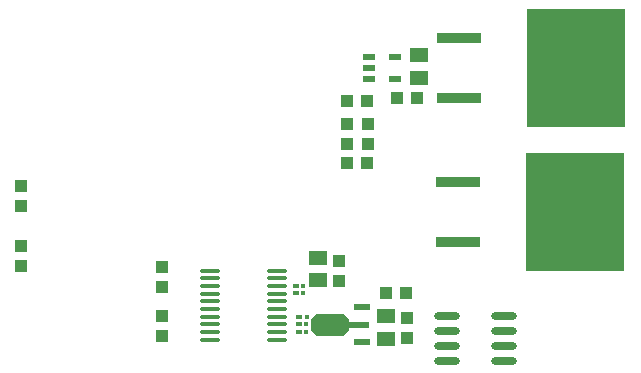
<source format=gtp>
G04*
G04 #@! TF.GenerationSoftware,Altium Limited,Altium Designer,24.5.2 (23)*
G04*
G04 Layer_Color=8421504*
%FSLAX25Y25*%
%MOIN*%
G70*
G04*
G04 #@! TF.SameCoordinates,62667526-275E-49D5-B9E8-2F90AF9612E4*
G04*
G04*
G04 #@! TF.FilePolarity,Positive*
G04*
G01*
G75*
%ADD15R,0.01411X0.01533*%
%ADD16R,0.01971X0.01541*%
%ADD17R,0.01952X0.01533*%
%ADD18O,0.08661X0.02362*%
%ADD19R,0.04331X0.03937*%
%ADD20R,0.03937X0.04331*%
%ADD21R,0.15158X0.03740*%
%ADD22R,0.33071X0.39764*%
%ADD23R,0.05512X0.02362*%
%ADD24R,0.07087X0.02362*%
G04:AMPARAMS|DCode=25|XSize=74.8mil|YSize=125.98mil|CornerRadius=0mil|HoleSize=0mil|Usage=FLASHONLY|Rotation=270.000|XOffset=0mil|YOffset=0mil|HoleType=Round|Shape=Octagon|*
%AMOCTAGOND25*
4,1,8,0.06299,0.01870,0.06299,-0.01870,0.04429,-0.03740,-0.04429,-0.03740,-0.06299,-0.01870,-0.06299,0.01870,-0.04429,0.03740,0.04429,0.03740,0.06299,0.01870,0.0*
%
%ADD25OCTAGOND25*%

%ADD26R,0.03937X0.02362*%
%ADD27O,0.07087X0.01378*%
%ADD28R,0.05906X0.05118*%
D15*
X104051Y15026D02*
D03*
X104092Y17560D02*
D03*
X104120Y20137D02*
D03*
X103011Y27853D02*
D03*
X103014Y30463D02*
D03*
D16*
X101507Y15044D02*
D03*
X101545Y17571D02*
D03*
X101568Y20169D02*
D03*
X100492Y27857D02*
D03*
D17*
X100522Y30443D02*
D03*
D18*
X151000Y20500D02*
D03*
Y15500D02*
D03*
Y10500D02*
D03*
Y5500D02*
D03*
X169898Y20500D02*
D03*
Y15500D02*
D03*
Y10500D02*
D03*
Y5500D02*
D03*
D19*
X137346Y28000D02*
D03*
X130654D02*
D03*
X134153Y93000D02*
D03*
X140847D02*
D03*
X117654Y71500D02*
D03*
X124346D02*
D03*
X117654Y92000D02*
D03*
X124346D02*
D03*
D20*
X56000Y30154D02*
D03*
Y36846D02*
D03*
Y13654D02*
D03*
Y20346D02*
D03*
X9000Y57153D02*
D03*
Y63846D02*
D03*
Y43846D02*
D03*
Y37154D02*
D03*
X137500Y13153D02*
D03*
Y19846D02*
D03*
X117500Y77807D02*
D03*
Y84500D02*
D03*
X124500Y77807D02*
D03*
Y84500D02*
D03*
X115000Y32153D02*
D03*
Y38846D02*
D03*
D21*
X154500Y65000D02*
D03*
Y45000D02*
D03*
X154827Y113000D02*
D03*
Y93000D02*
D03*
D22*
X193673Y55000D02*
D03*
X194000Y103000D02*
D03*
D23*
X122480Y11594D02*
D03*
Y23405D02*
D03*
D24*
X121693Y17500D02*
D03*
D25*
X111850D02*
D03*
D26*
X133662Y106740D02*
D03*
Y99259D02*
D03*
X125000Y106739D02*
D03*
Y99260D02*
D03*
Y103000D02*
D03*
D27*
X94221Y12484D02*
D03*
Y15043D02*
D03*
Y17602D02*
D03*
Y20161D02*
D03*
Y22720D02*
D03*
Y25280D02*
D03*
Y27839D02*
D03*
Y30398D02*
D03*
Y32957D02*
D03*
Y35516D02*
D03*
X71780Y12484D02*
D03*
Y15043D02*
D03*
Y17602D02*
D03*
Y20161D02*
D03*
Y22720D02*
D03*
Y25280D02*
D03*
Y27839D02*
D03*
Y30398D02*
D03*
Y32957D02*
D03*
Y35516D02*
D03*
D28*
X141500Y107240D02*
D03*
Y99760D02*
D03*
X130500Y12760D02*
D03*
Y20240D02*
D03*
X108000Y32260D02*
D03*
Y39740D02*
D03*
M02*

</source>
